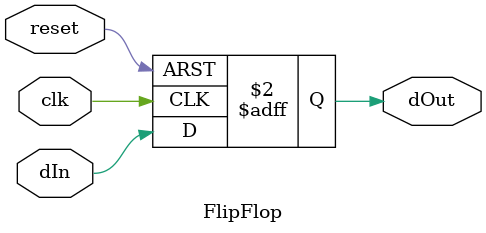
<source format=v>
/* Copyright (C) 2014 Hadi Esmaeilzadeh */

module FlipFlop(reset, clk, dIn, dOut);
	input reset, clk;
	input dIn;
	
	output dOut;
	reg dOut;
	
	always @(posedge reset or posedge clk) begin
		dOut <= dIn;
		if (reset)
			dOut <= 0;
	end
endmodule
</source>
